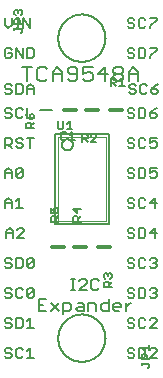
<source format=gbr>
G04 EAGLE Gerber RS-274X export*
G75*
%MOMM*%
%FSLAX34Y34*%
%LPD*%
%INSilkscreen Top*%
%IPPOS*%
%AMOC8*
5,1,8,0,0,1.08239X$1,22.5*%
G01*
%ADD10C,0.152400*%
%ADD11C,0.177800*%
%ADD12C,0.050800*%
%ADD13C,0.304800*%
%ADD14C,0.203200*%


D10*
X133399Y294985D02*
X131958Y296425D01*
X129077Y296425D01*
X127636Y294985D01*
X127636Y293544D01*
X129077Y292104D01*
X131958Y292104D01*
X133399Y290663D01*
X133399Y289223D01*
X131958Y287782D01*
X129077Y287782D01*
X127636Y289223D01*
X141313Y296425D02*
X142754Y294985D01*
X141313Y296425D02*
X138432Y296425D01*
X136992Y294985D01*
X136992Y289223D01*
X138432Y287782D01*
X141313Y287782D01*
X142754Y289223D01*
X146347Y296425D02*
X152109Y296425D01*
X152109Y294985D01*
X146347Y289223D01*
X146347Y287782D01*
X133228Y240545D02*
X134669Y239105D01*
X133228Y240545D02*
X130347Y240545D01*
X128906Y239105D01*
X128906Y237664D01*
X130347Y236224D01*
X133228Y236224D01*
X134669Y234783D01*
X134669Y233343D01*
X133228Y231902D01*
X130347Y231902D01*
X128906Y233343D01*
X142583Y240545D02*
X144024Y239105D01*
X142583Y240545D02*
X139702Y240545D01*
X138262Y239105D01*
X138262Y233343D01*
X139702Y231902D01*
X142583Y231902D01*
X144024Y233343D01*
X150498Y239105D02*
X153379Y240545D01*
X150498Y239105D02*
X147617Y236224D01*
X147617Y233343D01*
X149057Y231902D01*
X151939Y231902D01*
X153379Y233343D01*
X153379Y234783D01*
X151939Y236224D01*
X147617Y236224D01*
X131958Y194825D02*
X133399Y193385D01*
X131958Y194825D02*
X129077Y194825D01*
X127636Y193385D01*
X127636Y191944D01*
X129077Y190504D01*
X131958Y190504D01*
X133399Y189063D01*
X133399Y187623D01*
X131958Y186182D01*
X129077Y186182D01*
X127636Y187623D01*
X141313Y194825D02*
X142754Y193385D01*
X141313Y194825D02*
X138432Y194825D01*
X136992Y193385D01*
X136992Y187623D01*
X138432Y186182D01*
X141313Y186182D01*
X142754Y187623D01*
X146347Y194825D02*
X152109Y194825D01*
X146347Y194825D02*
X146347Y190504D01*
X149228Y191944D01*
X150669Y191944D01*
X152109Y190504D01*
X152109Y187623D01*
X150669Y186182D01*
X147787Y186182D01*
X146347Y187623D01*
X131958Y144025D02*
X133399Y142585D01*
X131958Y144025D02*
X129077Y144025D01*
X127636Y142585D01*
X127636Y141144D01*
X129077Y139704D01*
X131958Y139704D01*
X133399Y138263D01*
X133399Y136823D01*
X131958Y135382D01*
X129077Y135382D01*
X127636Y136823D01*
X141313Y144025D02*
X142754Y142585D01*
X141313Y144025D02*
X138432Y144025D01*
X136992Y142585D01*
X136992Y136823D01*
X138432Y135382D01*
X141313Y135382D01*
X142754Y136823D01*
X150669Y135382D02*
X150669Y144025D01*
X146347Y139704D01*
X152109Y139704D01*
X131958Y93225D02*
X133399Y91785D01*
X131958Y93225D02*
X129077Y93225D01*
X127636Y91785D01*
X127636Y90344D01*
X129077Y88904D01*
X131958Y88904D01*
X133399Y87463D01*
X133399Y86023D01*
X131958Y84582D01*
X129077Y84582D01*
X127636Y86023D01*
X141313Y93225D02*
X142754Y91785D01*
X141313Y93225D02*
X138432Y93225D01*
X136992Y91785D01*
X136992Y86023D01*
X138432Y84582D01*
X141313Y84582D01*
X142754Y86023D01*
X146347Y91785D02*
X147787Y93225D01*
X150669Y93225D01*
X152109Y91785D01*
X152109Y90344D01*
X150669Y88904D01*
X149228Y88904D01*
X150669Y88904D02*
X152109Y87463D01*
X152109Y86023D01*
X150669Y84582D01*
X147787Y84582D01*
X146347Y86023D01*
X131958Y42425D02*
X133399Y40985D01*
X131958Y42425D02*
X129077Y42425D01*
X127636Y40985D01*
X127636Y39544D01*
X129077Y38104D01*
X131958Y38104D01*
X133399Y36663D01*
X133399Y35223D01*
X131958Y33782D01*
X129077Y33782D01*
X127636Y35223D01*
X141313Y42425D02*
X142754Y40985D01*
X141313Y42425D02*
X138432Y42425D01*
X136992Y40985D01*
X136992Y35223D01*
X138432Y33782D01*
X141313Y33782D01*
X142754Y35223D01*
X146347Y33782D02*
X152109Y33782D01*
X146347Y33782D02*
X152109Y39544D01*
X152109Y40985D01*
X150669Y42425D01*
X147787Y42425D01*
X146347Y40985D01*
X29384Y15585D02*
X27944Y17025D01*
X25063Y17025D01*
X23622Y15585D01*
X23622Y14144D01*
X25063Y12704D01*
X27944Y12704D01*
X29384Y11263D01*
X29384Y9823D01*
X27944Y8382D01*
X25063Y8382D01*
X23622Y9823D01*
X37299Y17025D02*
X38739Y15585D01*
X37299Y17025D02*
X34418Y17025D01*
X32977Y15585D01*
X32977Y9823D01*
X34418Y8382D01*
X37299Y8382D01*
X38739Y9823D01*
X42332Y14144D02*
X45214Y17025D01*
X45214Y8382D01*
X48095Y8382D02*
X42332Y8382D01*
X29384Y66385D02*
X27944Y67825D01*
X25063Y67825D01*
X23622Y66385D01*
X23622Y64944D01*
X25063Y63504D01*
X27944Y63504D01*
X29384Y62063D01*
X29384Y60623D01*
X27944Y59182D01*
X25063Y59182D01*
X23622Y60623D01*
X37299Y67825D02*
X38739Y66385D01*
X37299Y67825D02*
X34418Y67825D01*
X32977Y66385D01*
X32977Y60623D01*
X34418Y59182D01*
X37299Y59182D01*
X38739Y60623D01*
X42332Y60623D02*
X42332Y66385D01*
X43773Y67825D01*
X46654Y67825D01*
X48095Y66385D01*
X48095Y60623D01*
X46654Y59182D01*
X43773Y59182D01*
X42332Y60623D01*
X48095Y66385D01*
X29384Y91785D02*
X27944Y93225D01*
X25063Y93225D01*
X23622Y91785D01*
X23622Y90344D01*
X25063Y88904D01*
X27944Y88904D01*
X29384Y87463D01*
X29384Y86023D01*
X27944Y84582D01*
X25063Y84582D01*
X23622Y86023D01*
X32977Y84582D02*
X32977Y93225D01*
X32977Y84582D02*
X37299Y84582D01*
X38739Y86023D01*
X38739Y91785D01*
X37299Y93225D01*
X32977Y93225D01*
X42332Y91785D02*
X42332Y86023D01*
X42332Y91785D02*
X43773Y93225D01*
X46654Y93225D01*
X48095Y91785D01*
X48095Y86023D01*
X46654Y84582D01*
X43773Y84582D01*
X42332Y86023D01*
X48095Y91785D01*
X27944Y42425D02*
X29384Y40985D01*
X27944Y42425D02*
X25063Y42425D01*
X23622Y40985D01*
X23622Y39544D01*
X25063Y38104D01*
X27944Y38104D01*
X29384Y36663D01*
X29384Y35223D01*
X27944Y33782D01*
X25063Y33782D01*
X23622Y35223D01*
X32977Y33782D02*
X32977Y42425D01*
X32977Y33782D02*
X37299Y33782D01*
X38739Y35223D01*
X38739Y40985D01*
X37299Y42425D01*
X32977Y42425D01*
X42332Y39544D02*
X45214Y42425D01*
X45214Y33782D01*
X48095Y33782D02*
X42332Y33782D01*
X131958Y17025D02*
X133399Y15585D01*
X131958Y17025D02*
X129077Y17025D01*
X127636Y15585D01*
X127636Y14144D01*
X129077Y12704D01*
X131958Y12704D01*
X133399Y11263D01*
X133399Y9823D01*
X131958Y8382D01*
X129077Y8382D01*
X127636Y9823D01*
X136992Y8382D02*
X136992Y17025D01*
X136992Y8382D02*
X141313Y8382D01*
X142754Y9823D01*
X142754Y15585D01*
X141313Y17025D01*
X136992Y17025D01*
X146347Y8382D02*
X152109Y8382D01*
X146347Y8382D02*
X152109Y14144D01*
X152109Y15585D01*
X150669Y17025D01*
X147787Y17025D01*
X146347Y15585D01*
X133399Y66385D02*
X131958Y67825D01*
X129077Y67825D01*
X127636Y66385D01*
X127636Y64944D01*
X129077Y63504D01*
X131958Y63504D01*
X133399Y62063D01*
X133399Y60623D01*
X131958Y59182D01*
X129077Y59182D01*
X127636Y60623D01*
X136992Y59182D02*
X136992Y67825D01*
X136992Y59182D02*
X141313Y59182D01*
X142754Y60623D01*
X142754Y66385D01*
X141313Y67825D01*
X136992Y67825D01*
X146347Y66385D02*
X147787Y67825D01*
X150669Y67825D01*
X152109Y66385D01*
X152109Y64944D01*
X150669Y63504D01*
X149228Y63504D01*
X150669Y63504D02*
X152109Y62063D01*
X152109Y60623D01*
X150669Y59182D01*
X147787Y59182D01*
X146347Y60623D01*
X133399Y117185D02*
X131958Y118625D01*
X129077Y118625D01*
X127636Y117185D01*
X127636Y115744D01*
X129077Y114304D01*
X131958Y114304D01*
X133399Y112863D01*
X133399Y111423D01*
X131958Y109982D01*
X129077Y109982D01*
X127636Y111423D01*
X136992Y109982D02*
X136992Y118625D01*
X136992Y109982D02*
X141313Y109982D01*
X142754Y111423D01*
X142754Y117185D01*
X141313Y118625D01*
X136992Y118625D01*
X150669Y118625D02*
X150669Y109982D01*
X146347Y114304D02*
X150669Y118625D01*
X152109Y114304D02*
X146347Y114304D01*
X133399Y167985D02*
X131958Y169425D01*
X129077Y169425D01*
X127636Y167985D01*
X127636Y166544D01*
X129077Y165104D01*
X131958Y165104D01*
X133399Y163663D01*
X133399Y162223D01*
X131958Y160782D01*
X129077Y160782D01*
X127636Y162223D01*
X136992Y160782D02*
X136992Y169425D01*
X136992Y160782D02*
X141313Y160782D01*
X142754Y162223D01*
X142754Y167985D01*
X141313Y169425D01*
X136992Y169425D01*
X146347Y169425D02*
X152109Y169425D01*
X146347Y169425D02*
X146347Y165104D01*
X149228Y166544D01*
X150669Y166544D01*
X152109Y165104D01*
X152109Y162223D01*
X150669Y160782D01*
X147787Y160782D01*
X146347Y162223D01*
X133399Y218785D02*
X131958Y220225D01*
X129077Y220225D01*
X127636Y218785D01*
X127636Y217344D01*
X129077Y215904D01*
X131958Y215904D01*
X133399Y214463D01*
X133399Y213023D01*
X131958Y211582D01*
X129077Y211582D01*
X127636Y213023D01*
X136992Y211582D02*
X136992Y220225D01*
X136992Y211582D02*
X141313Y211582D01*
X142754Y213023D01*
X142754Y218785D01*
X141313Y220225D01*
X136992Y220225D01*
X149228Y218785D02*
X152109Y220225D01*
X149228Y218785D02*
X146347Y215904D01*
X146347Y213023D01*
X147787Y211582D01*
X150669Y211582D01*
X152109Y213023D01*
X152109Y214463D01*
X150669Y215904D01*
X146347Y215904D01*
X133399Y269585D02*
X131958Y271025D01*
X129077Y271025D01*
X127636Y269585D01*
X127636Y268144D01*
X129077Y266704D01*
X131958Y266704D01*
X133399Y265263D01*
X133399Y263823D01*
X131958Y262382D01*
X129077Y262382D01*
X127636Y263823D01*
X136992Y262382D02*
X136992Y271025D01*
X136992Y262382D02*
X141313Y262382D01*
X142754Y263823D01*
X142754Y269585D01*
X141313Y271025D01*
X136992Y271025D01*
X146347Y271025D02*
X152109Y271025D01*
X152109Y269585D01*
X146347Y263823D01*
X146347Y262382D01*
X23622Y166544D02*
X23622Y160782D01*
X23622Y166544D02*
X26503Y169425D01*
X29384Y166544D01*
X29384Y160782D01*
X29384Y165104D02*
X23622Y165104D01*
X32977Y162223D02*
X32977Y167985D01*
X34418Y169425D01*
X37299Y169425D01*
X38739Y167985D01*
X38739Y162223D01*
X37299Y160782D01*
X34418Y160782D01*
X32977Y162223D01*
X38739Y167985D01*
X23622Y141144D02*
X23622Y135382D01*
X23622Y141144D02*
X26503Y144025D01*
X29384Y141144D01*
X29384Y135382D01*
X29384Y139704D02*
X23622Y139704D01*
X32977Y141144D02*
X35858Y144025D01*
X35858Y135382D01*
X32977Y135382D02*
X38739Y135382D01*
X24892Y115744D02*
X24892Y109982D01*
X24892Y115744D02*
X27773Y118625D01*
X30654Y115744D01*
X30654Y109982D01*
X30654Y114304D02*
X24892Y114304D01*
X34247Y109982D02*
X40009Y109982D01*
X34247Y109982D02*
X40009Y115744D01*
X40009Y117185D01*
X38569Y118625D01*
X35688Y118625D01*
X34247Y117185D01*
X23622Y186182D02*
X23622Y194825D01*
X27944Y194825D01*
X29384Y193385D01*
X29384Y190504D01*
X27944Y189063D01*
X23622Y189063D01*
X26503Y189063D02*
X29384Y186182D01*
X37299Y194825D02*
X38739Y193385D01*
X37299Y194825D02*
X34418Y194825D01*
X32977Y193385D01*
X32977Y191944D01*
X34418Y190504D01*
X37299Y190504D01*
X38739Y189063D01*
X38739Y187623D01*
X37299Y186182D01*
X34418Y186182D01*
X32977Y187623D01*
X45214Y186182D02*
X45214Y194825D01*
X48095Y194825D02*
X42332Y194825D01*
X29384Y218785D02*
X27944Y220225D01*
X25063Y220225D01*
X23622Y218785D01*
X23622Y217344D01*
X25063Y215904D01*
X27944Y215904D01*
X29384Y214463D01*
X29384Y213023D01*
X27944Y211582D01*
X25063Y211582D01*
X23622Y213023D01*
X37299Y220225D02*
X38739Y218785D01*
X37299Y220225D02*
X34418Y220225D01*
X32977Y218785D01*
X32977Y213023D01*
X34418Y211582D01*
X37299Y211582D01*
X38739Y213023D01*
X42332Y211582D02*
X42332Y220225D01*
X42332Y211582D02*
X48095Y211582D01*
X29384Y239105D02*
X27944Y240545D01*
X25063Y240545D01*
X23622Y239105D01*
X23622Y237664D01*
X25063Y236224D01*
X27944Y236224D01*
X29384Y234783D01*
X29384Y233343D01*
X27944Y231902D01*
X25063Y231902D01*
X23622Y233343D01*
X32977Y231902D02*
X32977Y240545D01*
X32977Y231902D02*
X37299Y231902D01*
X38739Y233343D01*
X38739Y239105D01*
X37299Y240545D01*
X32977Y240545D01*
X42332Y237664D02*
X42332Y231902D01*
X42332Y237664D02*
X45214Y240545D01*
X48095Y237664D01*
X48095Y231902D01*
X48095Y236224D02*
X42332Y236224D01*
X29384Y269585D02*
X27944Y271025D01*
X25063Y271025D01*
X23622Y269585D01*
X23622Y263823D01*
X25063Y262382D01*
X27944Y262382D01*
X29384Y263823D01*
X29384Y266704D01*
X26503Y266704D01*
X32977Y271025D02*
X32977Y262382D01*
X38739Y262382D02*
X32977Y271025D01*
X38739Y271025D02*
X38739Y262382D01*
X42332Y262382D02*
X42332Y271025D01*
X42332Y262382D02*
X46654Y262382D01*
X48095Y263823D01*
X48095Y269585D01*
X46654Y271025D01*
X42332Y271025D01*
X23622Y290663D02*
X23622Y296425D01*
X23622Y290663D02*
X26503Y287782D01*
X29384Y290663D01*
X29384Y296425D01*
X32977Y287782D02*
X35858Y287782D01*
X34418Y287782D02*
X34418Y296425D01*
X35858Y296425D02*
X32977Y296425D01*
X39214Y296425D02*
X39214Y287782D01*
X44976Y287782D02*
X39214Y296425D01*
X44976Y296425D02*
X44976Y287782D01*
X79439Y65850D02*
X82744Y65850D01*
X81092Y65850D02*
X81092Y75764D01*
X82744Y75764D02*
X79439Y75764D01*
X86456Y65850D02*
X93065Y65850D01*
X86456Y65850D02*
X93065Y72459D01*
X93065Y74112D01*
X91413Y75764D01*
X88108Y75764D01*
X86456Y74112D01*
X101937Y75764D02*
X103590Y74112D01*
X101937Y75764D02*
X98633Y75764D01*
X96980Y74112D01*
X96980Y67502D01*
X98633Y65850D01*
X101937Y65850D01*
X103590Y67502D01*
X58860Y58619D02*
X52251Y58619D01*
X52251Y48705D01*
X58860Y48705D01*
X55556Y53662D02*
X52251Y53662D01*
X62775Y55314D02*
X69385Y48705D01*
X69385Y55314D02*
X62775Y48705D01*
X73300Y45400D02*
X73300Y55314D01*
X78257Y55314D01*
X79910Y53662D01*
X79910Y50357D01*
X78257Y48705D01*
X73300Y48705D01*
X85477Y55314D02*
X88782Y55314D01*
X90434Y53662D01*
X90434Y48705D01*
X85477Y48705D01*
X83824Y50357D01*
X85477Y52009D01*
X90434Y52009D01*
X94349Y48705D02*
X94349Y55314D01*
X99306Y55314D01*
X100959Y53662D01*
X100959Y48705D01*
X111483Y48705D02*
X111483Y58619D01*
X111483Y48705D02*
X106526Y48705D01*
X104874Y50357D01*
X104874Y53662D01*
X106526Y55314D01*
X111483Y55314D01*
X117051Y48705D02*
X120355Y48705D01*
X117051Y48705D02*
X115398Y50357D01*
X115398Y53662D01*
X117051Y55314D01*
X120355Y55314D01*
X122008Y53662D01*
X122008Y52009D01*
X115398Y52009D01*
X125923Y48705D02*
X125923Y55314D01*
X125923Y52009D02*
X129228Y55314D01*
X130880Y55314D01*
D11*
X42403Y242824D02*
X42403Y255026D01*
X46470Y255026D02*
X38335Y255026D01*
X57300Y255026D02*
X59334Y252993D01*
X57300Y255026D02*
X53233Y255026D01*
X51199Y252993D01*
X51199Y244858D01*
X53233Y242824D01*
X57300Y242824D01*
X59334Y244858D01*
X64062Y242824D02*
X64062Y250959D01*
X68130Y255026D01*
X72197Y250959D01*
X72197Y242824D01*
X72197Y248925D02*
X64062Y248925D01*
X76926Y244858D02*
X78959Y242824D01*
X83027Y242824D01*
X85061Y244858D01*
X85061Y252993D01*
X83027Y255026D01*
X78959Y255026D01*
X76926Y252993D01*
X76926Y250959D01*
X78959Y248925D01*
X85061Y248925D01*
X89789Y255026D02*
X97924Y255026D01*
X89789Y255026D02*
X89789Y248925D01*
X93856Y250959D01*
X95890Y250959D01*
X97924Y248925D01*
X97924Y244858D01*
X95890Y242824D01*
X91823Y242824D01*
X89789Y244858D01*
X108754Y242824D02*
X108754Y255026D01*
X102652Y248925D01*
X110787Y248925D01*
X115516Y252993D02*
X117549Y255026D01*
X121617Y255026D01*
X123651Y252993D01*
X123651Y250959D01*
X121617Y248925D01*
X123651Y246891D01*
X123651Y244858D01*
X121617Y242824D01*
X117549Y242824D01*
X115516Y244858D01*
X115516Y246891D01*
X117549Y248925D01*
X115516Y250959D01*
X115516Y252993D01*
X117549Y248925D02*
X121617Y248925D01*
X128379Y250959D02*
X128379Y242824D01*
X128379Y250959D02*
X132447Y255026D01*
X136514Y250959D01*
X136514Y242824D01*
X136514Y248925D02*
X128379Y248925D01*
D10*
X66072Y198166D02*
X66072Y121874D01*
X111728Y121874D01*
X111728Y198166D01*
X66072Y198166D01*
D12*
X68358Y195880D02*
X68358Y124160D01*
X109442Y124160D01*
X109442Y195880D01*
X68358Y195880D01*
D10*
X72136Y189276D02*
X72138Y189411D01*
X72144Y189546D01*
X72154Y189680D01*
X72168Y189814D01*
X72186Y189948D01*
X72207Y190081D01*
X72233Y190213D01*
X72263Y190345D01*
X72296Y190476D01*
X72333Y190605D01*
X72375Y190734D01*
X72419Y190861D01*
X72468Y190987D01*
X72520Y191111D01*
X72576Y191234D01*
X72636Y191355D01*
X72699Y191474D01*
X72765Y191591D01*
X72835Y191706D01*
X72909Y191820D01*
X72986Y191931D01*
X73065Y192039D01*
X73149Y192145D01*
X73235Y192249D01*
X73324Y192350D01*
X73416Y192449D01*
X73511Y192544D01*
X73609Y192637D01*
X73709Y192727D01*
X73812Y192814D01*
X73918Y192898D01*
X74026Y192979D01*
X74136Y193056D01*
X74249Y193130D01*
X74364Y193201D01*
X74481Y193269D01*
X74599Y193333D01*
X74720Y193393D01*
X74842Y193450D01*
X74966Y193503D01*
X75092Y193553D01*
X75218Y193599D01*
X75347Y193641D01*
X75476Y193679D01*
X75606Y193713D01*
X75738Y193744D01*
X75870Y193771D01*
X76003Y193793D01*
X76136Y193812D01*
X76270Y193827D01*
X76405Y193838D01*
X76539Y193845D01*
X76674Y193848D01*
X76809Y193847D01*
X76944Y193842D01*
X77078Y193833D01*
X77213Y193820D01*
X77347Y193803D01*
X77480Y193782D01*
X77612Y193758D01*
X77744Y193729D01*
X77875Y193697D01*
X78005Y193660D01*
X78134Y193620D01*
X78261Y193576D01*
X78387Y193528D01*
X78512Y193477D01*
X78635Y193422D01*
X78757Y193363D01*
X78876Y193301D01*
X78994Y193235D01*
X79110Y193166D01*
X79223Y193094D01*
X79335Y193018D01*
X79444Y192939D01*
X79551Y192857D01*
X79655Y192771D01*
X79757Y192683D01*
X79856Y192591D01*
X79953Y192497D01*
X80046Y192400D01*
X80137Y192300D01*
X80225Y192198D01*
X80309Y192093D01*
X80391Y191985D01*
X80469Y191875D01*
X80544Y191763D01*
X80616Y191649D01*
X80684Y191533D01*
X80749Y191414D01*
X80810Y191294D01*
X80868Y191172D01*
X80922Y191049D01*
X80973Y190924D01*
X81019Y190797D01*
X81062Y190670D01*
X81102Y190541D01*
X81137Y190410D01*
X81169Y190279D01*
X81196Y190147D01*
X81220Y190015D01*
X81240Y189881D01*
X81256Y189747D01*
X81268Y189613D01*
X81276Y189478D01*
X81280Y189343D01*
X81280Y189209D01*
X81276Y189074D01*
X81268Y188939D01*
X81256Y188805D01*
X81240Y188671D01*
X81220Y188537D01*
X81196Y188405D01*
X81169Y188273D01*
X81137Y188142D01*
X81102Y188011D01*
X81062Y187882D01*
X81019Y187755D01*
X80973Y187628D01*
X80922Y187503D01*
X80868Y187380D01*
X80810Y187258D01*
X80749Y187138D01*
X80684Y187019D01*
X80616Y186903D01*
X80544Y186789D01*
X80469Y186677D01*
X80391Y186567D01*
X80309Y186459D01*
X80225Y186354D01*
X80137Y186252D01*
X80046Y186152D01*
X79953Y186055D01*
X79856Y185961D01*
X79757Y185869D01*
X79655Y185781D01*
X79551Y185695D01*
X79444Y185613D01*
X79335Y185534D01*
X79223Y185458D01*
X79110Y185386D01*
X78994Y185317D01*
X78876Y185251D01*
X78757Y185189D01*
X78635Y185130D01*
X78512Y185075D01*
X78387Y185024D01*
X78261Y184976D01*
X78134Y184932D01*
X78005Y184892D01*
X77875Y184855D01*
X77744Y184823D01*
X77612Y184794D01*
X77480Y184770D01*
X77347Y184749D01*
X77213Y184732D01*
X77078Y184719D01*
X76944Y184710D01*
X76809Y184705D01*
X76674Y184704D01*
X76539Y184707D01*
X76405Y184714D01*
X76270Y184725D01*
X76136Y184740D01*
X76003Y184759D01*
X75870Y184781D01*
X75738Y184808D01*
X75606Y184839D01*
X75476Y184873D01*
X75347Y184911D01*
X75218Y184953D01*
X75092Y184999D01*
X74966Y185049D01*
X74842Y185102D01*
X74720Y185159D01*
X74599Y185219D01*
X74481Y185283D01*
X74364Y185351D01*
X74249Y185422D01*
X74136Y185496D01*
X74026Y185573D01*
X73918Y185654D01*
X73812Y185738D01*
X73709Y185825D01*
X73609Y185915D01*
X73511Y186008D01*
X73416Y186103D01*
X73324Y186202D01*
X73235Y186303D01*
X73149Y186407D01*
X73065Y186513D01*
X72986Y186621D01*
X72909Y186732D01*
X72835Y186846D01*
X72765Y186961D01*
X72699Y187078D01*
X72636Y187197D01*
X72576Y187318D01*
X72520Y187441D01*
X72468Y187565D01*
X72419Y187691D01*
X72375Y187818D01*
X72333Y187947D01*
X72296Y188076D01*
X72263Y188207D01*
X72233Y188339D01*
X72207Y188471D01*
X72186Y188604D01*
X72168Y188738D01*
X72154Y188872D01*
X72144Y189006D01*
X72138Y189141D01*
X72136Y189276D01*
X68834Y203540D02*
X68834Y209048D01*
X68834Y203540D02*
X69936Y202438D01*
X72139Y202438D01*
X73240Y203540D01*
X73240Y209048D01*
X76318Y206844D02*
X78521Y209048D01*
X78521Y202438D01*
X76318Y202438D02*
X80725Y202438D01*
D13*
X113030Y218440D02*
X123190Y218440D01*
D10*
X113157Y238887D02*
X113157Y245497D01*
X116462Y245497D01*
X117563Y244395D01*
X117563Y242192D01*
X116462Y241090D01*
X113157Y241090D01*
X115360Y241090D02*
X117563Y238887D01*
X120641Y243293D02*
X122844Y245497D01*
X122844Y238887D01*
X120641Y238887D02*
X125048Y238887D01*
D13*
X102870Y218440D02*
X92710Y218440D01*
D10*
X89299Y197999D02*
X89299Y191389D01*
X89299Y197999D02*
X92604Y197999D01*
X93705Y196897D01*
X93705Y194694D01*
X92604Y193592D01*
X89299Y193592D01*
X91502Y193592D02*
X93705Y191389D01*
X96783Y191389D02*
X101189Y191389D01*
X96783Y191389D02*
X101189Y195795D01*
X101189Y196897D01*
X100088Y197999D01*
X97884Y197999D01*
X96783Y196897D01*
D13*
X83820Y218440D02*
X73660Y218440D01*
D10*
X74552Y199777D02*
X75653Y198675D01*
X74552Y199777D02*
X72349Y199777D01*
X71247Y198675D01*
X71247Y194269D01*
X72349Y193167D01*
X74552Y193167D01*
X75653Y194269D01*
X78731Y197573D02*
X80934Y199777D01*
X80934Y193167D01*
X78731Y193167D02*
X83138Y193167D01*
D14*
X68900Y25400D02*
X68906Y25891D01*
X68924Y26381D01*
X68954Y26871D01*
X68996Y27360D01*
X69050Y27848D01*
X69116Y28335D01*
X69194Y28819D01*
X69284Y29302D01*
X69386Y29782D01*
X69499Y30260D01*
X69624Y30734D01*
X69761Y31206D01*
X69909Y31674D01*
X70069Y32138D01*
X70240Y32598D01*
X70422Y33054D01*
X70616Y33505D01*
X70820Y33951D01*
X71036Y34392D01*
X71262Y34828D01*
X71498Y35258D01*
X71745Y35682D01*
X72003Y36100D01*
X72271Y36511D01*
X72548Y36916D01*
X72836Y37314D01*
X73133Y37705D01*
X73440Y38088D01*
X73756Y38463D01*
X74081Y38831D01*
X74415Y39191D01*
X74758Y39542D01*
X75109Y39885D01*
X75469Y40219D01*
X75837Y40544D01*
X76212Y40860D01*
X76595Y41167D01*
X76986Y41464D01*
X77384Y41752D01*
X77789Y42029D01*
X78200Y42297D01*
X78618Y42555D01*
X79042Y42802D01*
X79472Y43038D01*
X79908Y43264D01*
X80349Y43480D01*
X80795Y43684D01*
X81246Y43878D01*
X81702Y44060D01*
X82162Y44231D01*
X82626Y44391D01*
X83094Y44539D01*
X83566Y44676D01*
X84040Y44801D01*
X84518Y44914D01*
X84998Y45016D01*
X85481Y45106D01*
X85965Y45184D01*
X86452Y45250D01*
X86940Y45304D01*
X87429Y45346D01*
X87919Y45376D01*
X88409Y45394D01*
X88900Y45400D01*
X89391Y45394D01*
X89881Y45376D01*
X90371Y45346D01*
X90860Y45304D01*
X91348Y45250D01*
X91835Y45184D01*
X92319Y45106D01*
X92802Y45016D01*
X93282Y44914D01*
X93760Y44801D01*
X94234Y44676D01*
X94706Y44539D01*
X95174Y44391D01*
X95638Y44231D01*
X96098Y44060D01*
X96554Y43878D01*
X97005Y43684D01*
X97451Y43480D01*
X97892Y43264D01*
X98328Y43038D01*
X98758Y42802D01*
X99182Y42555D01*
X99600Y42297D01*
X100011Y42029D01*
X100416Y41752D01*
X100814Y41464D01*
X101205Y41167D01*
X101588Y40860D01*
X101963Y40544D01*
X102331Y40219D01*
X102691Y39885D01*
X103042Y39542D01*
X103385Y39191D01*
X103719Y38831D01*
X104044Y38463D01*
X104360Y38088D01*
X104667Y37705D01*
X104964Y37314D01*
X105252Y36916D01*
X105529Y36511D01*
X105797Y36100D01*
X106055Y35682D01*
X106302Y35258D01*
X106538Y34828D01*
X106764Y34392D01*
X106980Y33951D01*
X107184Y33505D01*
X107378Y33054D01*
X107560Y32598D01*
X107731Y32138D01*
X107891Y31674D01*
X108039Y31206D01*
X108176Y30734D01*
X108301Y30260D01*
X108414Y29782D01*
X108516Y29302D01*
X108606Y28819D01*
X108684Y28335D01*
X108750Y27848D01*
X108804Y27360D01*
X108846Y26871D01*
X108876Y26381D01*
X108894Y25891D01*
X108900Y25400D01*
X108894Y24909D01*
X108876Y24419D01*
X108846Y23929D01*
X108804Y23440D01*
X108750Y22952D01*
X108684Y22465D01*
X108606Y21981D01*
X108516Y21498D01*
X108414Y21018D01*
X108301Y20540D01*
X108176Y20066D01*
X108039Y19594D01*
X107891Y19126D01*
X107731Y18662D01*
X107560Y18202D01*
X107378Y17746D01*
X107184Y17295D01*
X106980Y16849D01*
X106764Y16408D01*
X106538Y15972D01*
X106302Y15542D01*
X106055Y15118D01*
X105797Y14700D01*
X105529Y14289D01*
X105252Y13884D01*
X104964Y13486D01*
X104667Y13095D01*
X104360Y12712D01*
X104044Y12337D01*
X103719Y11969D01*
X103385Y11609D01*
X103042Y11258D01*
X102691Y10915D01*
X102331Y10581D01*
X101963Y10256D01*
X101588Y9940D01*
X101205Y9633D01*
X100814Y9336D01*
X100416Y9048D01*
X100011Y8771D01*
X99600Y8503D01*
X99182Y8245D01*
X98758Y7998D01*
X98328Y7762D01*
X97892Y7536D01*
X97451Y7320D01*
X97005Y7116D01*
X96554Y6922D01*
X96098Y6740D01*
X95638Y6569D01*
X95174Y6409D01*
X94706Y6261D01*
X94234Y6124D01*
X93760Y5999D01*
X93282Y5886D01*
X92802Y5784D01*
X92319Y5694D01*
X91835Y5616D01*
X91348Y5550D01*
X90860Y5496D01*
X90371Y5454D01*
X89881Y5424D01*
X89391Y5406D01*
X88900Y5400D01*
X88409Y5406D01*
X87919Y5424D01*
X87429Y5454D01*
X86940Y5496D01*
X86452Y5550D01*
X85965Y5616D01*
X85481Y5694D01*
X84998Y5784D01*
X84518Y5886D01*
X84040Y5999D01*
X83566Y6124D01*
X83094Y6261D01*
X82626Y6409D01*
X82162Y6569D01*
X81702Y6740D01*
X81246Y6922D01*
X80795Y7116D01*
X80349Y7320D01*
X79908Y7536D01*
X79472Y7762D01*
X79042Y7998D01*
X78618Y8245D01*
X78200Y8503D01*
X77789Y8771D01*
X77384Y9048D01*
X76986Y9336D01*
X76595Y9633D01*
X76212Y9940D01*
X75837Y10256D01*
X75469Y10581D01*
X75109Y10915D01*
X74758Y11258D01*
X74415Y11609D01*
X74081Y11969D01*
X73756Y12337D01*
X73440Y12712D01*
X73133Y13095D01*
X72836Y13486D01*
X72548Y13884D01*
X72271Y14289D01*
X72003Y14700D01*
X71745Y15118D01*
X71498Y15542D01*
X71262Y15972D01*
X71036Y16408D01*
X70820Y16849D01*
X70616Y17295D01*
X70422Y17746D01*
X70240Y18202D01*
X70069Y18662D01*
X69909Y19126D01*
X69761Y19594D01*
X69624Y20066D01*
X69499Y20540D01*
X69386Y21018D01*
X69284Y21498D01*
X69194Y21981D01*
X69116Y22465D01*
X69050Y22952D01*
X68996Y23440D01*
X68954Y23929D01*
X68924Y24419D01*
X68906Y24909D01*
X68900Y25400D01*
X68900Y279400D02*
X68906Y279891D01*
X68924Y280381D01*
X68954Y280871D01*
X68996Y281360D01*
X69050Y281848D01*
X69116Y282335D01*
X69194Y282819D01*
X69284Y283302D01*
X69386Y283782D01*
X69499Y284260D01*
X69624Y284734D01*
X69761Y285206D01*
X69909Y285674D01*
X70069Y286138D01*
X70240Y286598D01*
X70422Y287054D01*
X70616Y287505D01*
X70820Y287951D01*
X71036Y288392D01*
X71262Y288828D01*
X71498Y289258D01*
X71745Y289682D01*
X72003Y290100D01*
X72271Y290511D01*
X72548Y290916D01*
X72836Y291314D01*
X73133Y291705D01*
X73440Y292088D01*
X73756Y292463D01*
X74081Y292831D01*
X74415Y293191D01*
X74758Y293542D01*
X75109Y293885D01*
X75469Y294219D01*
X75837Y294544D01*
X76212Y294860D01*
X76595Y295167D01*
X76986Y295464D01*
X77384Y295752D01*
X77789Y296029D01*
X78200Y296297D01*
X78618Y296555D01*
X79042Y296802D01*
X79472Y297038D01*
X79908Y297264D01*
X80349Y297480D01*
X80795Y297684D01*
X81246Y297878D01*
X81702Y298060D01*
X82162Y298231D01*
X82626Y298391D01*
X83094Y298539D01*
X83566Y298676D01*
X84040Y298801D01*
X84518Y298914D01*
X84998Y299016D01*
X85481Y299106D01*
X85965Y299184D01*
X86452Y299250D01*
X86940Y299304D01*
X87429Y299346D01*
X87919Y299376D01*
X88409Y299394D01*
X88900Y299400D01*
X89391Y299394D01*
X89881Y299376D01*
X90371Y299346D01*
X90860Y299304D01*
X91348Y299250D01*
X91835Y299184D01*
X92319Y299106D01*
X92802Y299016D01*
X93282Y298914D01*
X93760Y298801D01*
X94234Y298676D01*
X94706Y298539D01*
X95174Y298391D01*
X95638Y298231D01*
X96098Y298060D01*
X96554Y297878D01*
X97005Y297684D01*
X97451Y297480D01*
X97892Y297264D01*
X98328Y297038D01*
X98758Y296802D01*
X99182Y296555D01*
X99600Y296297D01*
X100011Y296029D01*
X100416Y295752D01*
X100814Y295464D01*
X101205Y295167D01*
X101588Y294860D01*
X101963Y294544D01*
X102331Y294219D01*
X102691Y293885D01*
X103042Y293542D01*
X103385Y293191D01*
X103719Y292831D01*
X104044Y292463D01*
X104360Y292088D01*
X104667Y291705D01*
X104964Y291314D01*
X105252Y290916D01*
X105529Y290511D01*
X105797Y290100D01*
X106055Y289682D01*
X106302Y289258D01*
X106538Y288828D01*
X106764Y288392D01*
X106980Y287951D01*
X107184Y287505D01*
X107378Y287054D01*
X107560Y286598D01*
X107731Y286138D01*
X107891Y285674D01*
X108039Y285206D01*
X108176Y284734D01*
X108301Y284260D01*
X108414Y283782D01*
X108516Y283302D01*
X108606Y282819D01*
X108684Y282335D01*
X108750Y281848D01*
X108804Y281360D01*
X108846Y280871D01*
X108876Y280381D01*
X108894Y279891D01*
X108900Y279400D01*
X108894Y278909D01*
X108876Y278419D01*
X108846Y277929D01*
X108804Y277440D01*
X108750Y276952D01*
X108684Y276465D01*
X108606Y275981D01*
X108516Y275498D01*
X108414Y275018D01*
X108301Y274540D01*
X108176Y274066D01*
X108039Y273594D01*
X107891Y273126D01*
X107731Y272662D01*
X107560Y272202D01*
X107378Y271746D01*
X107184Y271295D01*
X106980Y270849D01*
X106764Y270408D01*
X106538Y269972D01*
X106302Y269542D01*
X106055Y269118D01*
X105797Y268700D01*
X105529Y268289D01*
X105252Y267884D01*
X104964Y267486D01*
X104667Y267095D01*
X104360Y266712D01*
X104044Y266337D01*
X103719Y265969D01*
X103385Y265609D01*
X103042Y265258D01*
X102691Y264915D01*
X102331Y264581D01*
X101963Y264256D01*
X101588Y263940D01*
X101205Y263633D01*
X100814Y263336D01*
X100416Y263048D01*
X100011Y262771D01*
X99600Y262503D01*
X99182Y262245D01*
X98758Y261998D01*
X98328Y261762D01*
X97892Y261536D01*
X97451Y261320D01*
X97005Y261116D01*
X96554Y260922D01*
X96098Y260740D01*
X95638Y260569D01*
X95174Y260409D01*
X94706Y260261D01*
X94234Y260124D01*
X93760Y259999D01*
X93282Y259886D01*
X92802Y259784D01*
X92319Y259694D01*
X91835Y259616D01*
X91348Y259550D01*
X90860Y259496D01*
X90371Y259454D01*
X89881Y259424D01*
X89391Y259406D01*
X88900Y259400D01*
X88409Y259406D01*
X87919Y259424D01*
X87429Y259454D01*
X86940Y259496D01*
X86452Y259550D01*
X85965Y259616D01*
X85481Y259694D01*
X84998Y259784D01*
X84518Y259886D01*
X84040Y259999D01*
X83566Y260124D01*
X83094Y260261D01*
X82626Y260409D01*
X82162Y260569D01*
X81702Y260740D01*
X81246Y260922D01*
X80795Y261116D01*
X80349Y261320D01*
X79908Y261536D01*
X79472Y261762D01*
X79042Y261998D01*
X78618Y262245D01*
X78200Y262503D01*
X77789Y262771D01*
X77384Y263048D01*
X76986Y263336D01*
X76595Y263633D01*
X76212Y263940D01*
X75837Y264256D01*
X75469Y264581D01*
X75109Y264915D01*
X74758Y265258D01*
X74415Y265609D01*
X74081Y265969D01*
X73756Y266337D01*
X73440Y266712D01*
X73133Y267095D01*
X72836Y267486D01*
X72548Y267884D01*
X72271Y268289D01*
X72003Y268700D01*
X71745Y269118D01*
X71498Y269542D01*
X71262Y269972D01*
X71036Y270408D01*
X70820Y270849D01*
X70616Y271295D01*
X70422Y271746D01*
X70240Y272202D01*
X70069Y272662D01*
X69909Y273126D01*
X69761Y273594D01*
X69624Y274066D01*
X69499Y274540D01*
X69386Y275018D01*
X69284Y275498D01*
X69194Y275981D01*
X69116Y276465D01*
X69050Y276952D01*
X68996Y277440D01*
X68954Y277929D01*
X68924Y278419D01*
X68906Y278909D01*
X68900Y279400D01*
D10*
X38354Y284973D02*
X37252Y283872D01*
X38354Y284973D02*
X38354Y286075D01*
X37252Y287176D01*
X31744Y287176D01*
X31744Y286075D02*
X31744Y288278D01*
X31744Y291356D02*
X38354Y291356D01*
X31744Y291356D02*
X31744Y294661D01*
X32846Y295762D01*
X35049Y295762D01*
X36151Y294661D01*
X36151Y291356D01*
X32846Y298840D02*
X31744Y299941D01*
X31744Y302145D01*
X32846Y303246D01*
X33948Y303246D01*
X35049Y302145D01*
X35049Y301043D01*
X35049Y302145D02*
X36151Y303246D01*
X37252Y303246D01*
X38354Y302145D01*
X38354Y299941D01*
X37252Y298840D01*
D13*
X102870Y102870D02*
X113030Y102870D01*
D10*
X114046Y68344D02*
X107436Y68344D01*
X107436Y71649D01*
X108538Y72750D01*
X110741Y72750D01*
X111843Y71649D01*
X111843Y68344D01*
X111843Y70547D02*
X114046Y72750D01*
X108538Y75828D02*
X107436Y76929D01*
X107436Y79133D01*
X108538Y80234D01*
X109640Y80234D01*
X110741Y79133D01*
X110741Y78031D01*
X110741Y79133D02*
X111843Y80234D01*
X112944Y80234D01*
X114046Y79133D01*
X114046Y76929D01*
X112944Y75828D01*
D13*
X92710Y102870D02*
X82550Y102870D01*
D10*
X81528Y123952D02*
X88138Y123952D01*
X81528Y123952D02*
X81528Y127257D01*
X82630Y128358D01*
X84833Y128358D01*
X85935Y127257D01*
X85935Y123952D01*
X85935Y126155D02*
X88138Y128358D01*
X88138Y134741D02*
X81528Y134741D01*
X84833Y131436D01*
X84833Y135843D01*
D13*
X73660Y102870D02*
X63500Y102870D01*
D10*
X62478Y123952D02*
X69088Y123952D01*
X62478Y123952D02*
X62478Y127257D01*
X63580Y128358D01*
X65783Y128358D01*
X66885Y127257D01*
X66885Y123952D01*
X66885Y126155D02*
X69088Y128358D01*
X62478Y131436D02*
X62478Y135843D01*
X62478Y131436D02*
X65783Y131436D01*
X64682Y133639D01*
X64682Y134741D01*
X65783Y135843D01*
X67986Y135843D01*
X69088Y134741D01*
X69088Y132538D01*
X67986Y131436D01*
X146050Y1102D02*
X144948Y0D01*
X146050Y1102D02*
X146050Y2203D01*
X144948Y3305D01*
X139440Y3305D01*
X139440Y4406D02*
X139440Y2203D01*
X139440Y7484D02*
X146050Y7484D01*
X139440Y7484D02*
X139440Y10789D01*
X140542Y11891D01*
X142745Y11891D01*
X143847Y10789D01*
X143847Y7484D01*
X141644Y14968D02*
X139440Y17172D01*
X146050Y17172D01*
X146050Y19375D02*
X146050Y14968D01*
D14*
X63500Y218440D02*
X53340Y218440D01*
D10*
X48133Y203327D02*
X41523Y203327D01*
X41523Y206632D01*
X42625Y207733D01*
X44828Y207733D01*
X45930Y206632D01*
X45930Y203327D01*
X45930Y205530D02*
X48133Y207733D01*
X42625Y213014D02*
X41523Y215218D01*
X42625Y213014D02*
X44828Y210811D01*
X47031Y210811D01*
X48133Y211913D01*
X48133Y214116D01*
X47031Y215218D01*
X45930Y215218D01*
X44828Y214116D01*
X44828Y210811D01*
M02*

</source>
